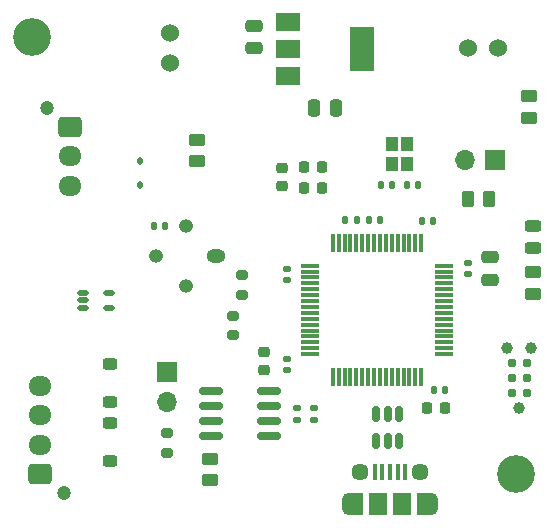
<source format=gts>
G04 #@! TF.GenerationSoftware,KiCad,Pcbnew,7.0.8*
G04 #@! TF.CreationDate,2023-12-02T17:36:26-07:00*
G04 #@! TF.ProjectId,sdm24wheel,73646d32-3477-4686-9565-6c2e6b696361,v1*
G04 #@! TF.SameCoordinates,Original*
G04 #@! TF.FileFunction,Soldermask,Top*
G04 #@! TF.FilePolarity,Negative*
%FSLAX46Y46*%
G04 Gerber Fmt 4.6, Leading zero omitted, Abs format (unit mm)*
G04 Created by KiCad (PCBNEW 7.0.8) date 2023-12-02 17:36:26*
%MOMM*%
%LPD*%
G01*
G04 APERTURE LIST*
G04 Aperture macros list*
%AMRoundRect*
0 Rectangle with rounded corners*
0 $1 Rounding radius*
0 $2 $3 $4 $5 $6 $7 $8 $9 X,Y pos of 4 corners*
0 Add a 4 corners polygon primitive as box body*
4,1,4,$2,$3,$4,$5,$6,$7,$8,$9,$2,$3,0*
0 Add four circle primitives for the rounded corners*
1,1,$1+$1,$2,$3*
1,1,$1+$1,$4,$5*
1,1,$1+$1,$6,$7*
1,1,$1+$1,$8,$9*
0 Add four rect primitives between the rounded corners*
20,1,$1+$1,$2,$3,$4,$5,0*
20,1,$1+$1,$4,$5,$6,$7,0*
20,1,$1+$1,$6,$7,$8,$9,0*
20,1,$1+$1,$8,$9,$2,$3,0*%
G04 Aperture macros list end*
%ADD10RoundRect,0.140000X-0.140000X-0.170000X0.140000X-0.170000X0.140000X0.170000X-0.140000X0.170000X0*%
%ADD11C,0.990600*%
%ADD12C,0.787400*%
%ADD13RoundRect,0.150000X0.150000X-0.512500X0.150000X0.512500X-0.150000X0.512500X-0.150000X-0.512500X0*%
%ADD14RoundRect,0.140000X-0.170000X0.140000X-0.170000X-0.140000X0.170000X-0.140000X0.170000X0.140000X0*%
%ADD15RoundRect,0.112500X0.112500X-0.187500X0.112500X0.187500X-0.112500X0.187500X-0.112500X-0.187500X0*%
%ADD16RoundRect,0.225000X-0.250000X0.225000X-0.250000X-0.225000X0.250000X-0.225000X0.250000X0.225000X0*%
%ADD17RoundRect,0.075000X-0.075000X0.700000X-0.075000X-0.700000X0.075000X-0.700000X0.075000X0.700000X0*%
%ADD18RoundRect,0.075000X-0.700000X0.075000X-0.700000X-0.075000X0.700000X-0.075000X0.700000X0.075000X0*%
%ADD19RoundRect,0.225000X-0.225000X-0.250000X0.225000X-0.250000X0.225000X0.250000X-0.225000X0.250000X0*%
%ADD20C,1.524000*%
%ADD21R,2.000000X1.500000*%
%ADD22R,2.000000X3.800000*%
%ADD23RoundRect,0.250000X-0.250000X-0.475000X0.250000X-0.475000X0.250000X0.475000X-0.250000X0.475000X0*%
%ADD24RoundRect,0.140000X0.140000X0.170000X-0.140000X0.170000X-0.140000X-0.170000X0.140000X-0.170000X0*%
%ADD25C,1.200000*%
%ADD26RoundRect,0.250000X-0.725000X0.600000X-0.725000X-0.600000X0.725000X-0.600000X0.725000X0.600000X0*%
%ADD27O,1.950000X1.700000*%
%ADD28RoundRect,0.200000X-0.275000X0.200000X-0.275000X-0.200000X0.275000X-0.200000X0.275000X0.200000X0*%
%ADD29RoundRect,0.250000X0.725000X-0.600000X0.725000X0.600000X-0.725000X0.600000X-0.725000X-0.600000X0*%
%ADD30RoundRect,0.250000X-0.475000X0.250000X-0.475000X-0.250000X0.475000X-0.250000X0.475000X0.250000X0*%
%ADD31RoundRect,0.218750X0.256250X-0.218750X0.256250X0.218750X-0.256250X0.218750X-0.256250X-0.218750X0*%
%ADD32RoundRect,0.250000X-0.450000X0.262500X-0.450000X-0.262500X0.450000X-0.262500X0.450000X0.262500X0*%
%ADD33RoundRect,0.243750X0.456250X-0.243750X0.456250X0.243750X-0.456250X0.243750X-0.456250X-0.243750X0*%
%ADD34C,3.200000*%
%ADD35RoundRect,0.245000X-0.380000X0.245000X-0.380000X-0.245000X0.380000X-0.245000X0.380000X0.245000X0*%
%ADD36R,0.400000X1.350000*%
%ADD37O,1.200000X1.900000*%
%ADD38R,1.200000X1.900000*%
%ADD39C,1.450000*%
%ADD40R,1.500000X1.900000*%
%ADD41RoundRect,0.200000X0.275000X-0.200000X0.275000X0.200000X-0.275000X0.200000X-0.275000X-0.200000X0*%
%ADD42RoundRect,0.245000X0.380000X-0.245000X0.380000X0.245000X-0.380000X0.245000X-0.380000X-0.245000X0*%
%ADD43RoundRect,0.112500X-0.362500X-0.112500X0.362500X-0.112500X0.362500X0.112500X-0.362500X0.112500X0*%
%ADD44R,1.700000X1.700000*%
%ADD45O,1.700000X1.700000*%
%ADD46RoundRect,0.250000X-0.262500X-0.450000X0.262500X-0.450000X0.262500X0.450000X-0.262500X0.450000X0*%
%ADD47RoundRect,0.150000X0.825000X0.150000X-0.825000X0.150000X-0.825000X-0.150000X0.825000X-0.150000X0*%
%ADD48RoundRect,0.250000X0.450000X-0.262500X0.450000X0.262500X-0.450000X0.262500X-0.450000X-0.262500X0*%
%ADD49R,1.000000X1.200000*%
%ADD50RoundRect,0.140000X0.170000X-0.140000X0.170000X0.140000X-0.170000X0.140000X-0.170000X-0.140000X0*%
%ADD51O,1.600000X1.200000*%
%ADD52O,1.200000X1.200000*%
G04 APERTURE END LIST*
D10*
X188020000Y-90600000D03*
X188980000Y-90600000D03*
D11*
X196235000Y-106410000D03*
X195219000Y-101330000D03*
X197251000Y-101330000D03*
D12*
X196870000Y-105140000D03*
X195600000Y-105140000D03*
X196870000Y-103870000D03*
X195600000Y-103870000D03*
X196870000Y-102600000D03*
X195600000Y-102600000D03*
D13*
X184150000Y-109200000D03*
X185100000Y-109200000D03*
X186050000Y-109200000D03*
X186050000Y-106925000D03*
X185100000Y-106925000D03*
X184150000Y-106925000D03*
D14*
X176600000Y-102220000D03*
X176600000Y-103180000D03*
D15*
X164125000Y-87550000D03*
X164125000Y-85450000D03*
D14*
X178900000Y-106420000D03*
X178900000Y-107380000D03*
D16*
X174600000Y-101625000D03*
X174600000Y-103175000D03*
D17*
X187950000Y-92425000D03*
X187450000Y-92425000D03*
X186950000Y-92425000D03*
X186450000Y-92425000D03*
X185950000Y-92425000D03*
X185450000Y-92425000D03*
X184950000Y-92425000D03*
X184450000Y-92425000D03*
X183950000Y-92425000D03*
X183450000Y-92425000D03*
X182950000Y-92425000D03*
X182450000Y-92425000D03*
X181950000Y-92425000D03*
X181450000Y-92425000D03*
X180950000Y-92425000D03*
X180450000Y-92425000D03*
D18*
X178525000Y-94350000D03*
X178525000Y-94850000D03*
X178525000Y-95350000D03*
X178525000Y-95850000D03*
X178525000Y-96350000D03*
X178525000Y-96850000D03*
X178525000Y-97350000D03*
X178525000Y-97850000D03*
X178525000Y-98350000D03*
X178525000Y-98850000D03*
X178525000Y-99350000D03*
X178525000Y-99850000D03*
X178525000Y-100350000D03*
X178525000Y-100850000D03*
X178525000Y-101350000D03*
X178525000Y-101850000D03*
D17*
X180450000Y-103775000D03*
X180950000Y-103775000D03*
X181450000Y-103775000D03*
X181950000Y-103775000D03*
X182450000Y-103775000D03*
X182950000Y-103775000D03*
X183450000Y-103775000D03*
X183950000Y-103775000D03*
X184450000Y-103775000D03*
X184950000Y-103775000D03*
X185450000Y-103775000D03*
X185950000Y-103775000D03*
X186450000Y-103775000D03*
X186950000Y-103775000D03*
X187450000Y-103775000D03*
X187950000Y-103775000D03*
D18*
X189875000Y-101850000D03*
X189875000Y-101350000D03*
X189875000Y-100850000D03*
X189875000Y-100350000D03*
X189875000Y-99850000D03*
X189875000Y-99350000D03*
X189875000Y-98850000D03*
X189875000Y-98350000D03*
X189875000Y-97850000D03*
X189875000Y-97350000D03*
X189875000Y-96850000D03*
X189875000Y-96350000D03*
X189875000Y-95850000D03*
X189875000Y-95350000D03*
X189875000Y-94850000D03*
X189875000Y-94350000D03*
D19*
X188425000Y-106400000D03*
X189975000Y-106400000D03*
D20*
X194440000Y-75900000D03*
X191900000Y-75900000D03*
D21*
X176650000Y-73700000D03*
X176650000Y-76000000D03*
D22*
X182950000Y-76000000D03*
D21*
X176650000Y-78300000D03*
D23*
X178850000Y-81000000D03*
X180750000Y-81000000D03*
D14*
X191900000Y-94100000D03*
X191900000Y-95060000D03*
D24*
X184480000Y-90500000D03*
X183520000Y-90500000D03*
D25*
X156225000Y-81000000D03*
D26*
X158225000Y-82600000D03*
D27*
X158225000Y-85100000D03*
X158225000Y-87600000D03*
D19*
X178025000Y-87800000D03*
X179575000Y-87800000D03*
D14*
X177400000Y-106420000D03*
X177400000Y-107380000D03*
D28*
X172800000Y-95175000D03*
X172800000Y-96825000D03*
D25*
X157700000Y-113600000D03*
D29*
X155700000Y-112000000D03*
D27*
X155700000Y-109500000D03*
X155700000Y-107000000D03*
X155700000Y-104500000D03*
D30*
X173800000Y-74050000D03*
X173800000Y-75950000D03*
D31*
X176166000Y-87637500D03*
X176166000Y-86062500D03*
D32*
X197400000Y-94887500D03*
X197400000Y-96712500D03*
D20*
X166700000Y-77170000D03*
X166700000Y-74630000D03*
D33*
X197400000Y-92837500D03*
X197400000Y-90962500D03*
D34*
X196000000Y-112000000D03*
D35*
X161625000Y-102640000D03*
X161625000Y-105860000D03*
D36*
X184000000Y-111850000D03*
X184650000Y-111850000D03*
X185300000Y-111850000D03*
X185950000Y-111850000D03*
X186600000Y-111850000D03*
D37*
X181800000Y-114550000D03*
D38*
X182400000Y-114550000D03*
D39*
X182800000Y-111850000D03*
D40*
X184300000Y-114550000D03*
X186300000Y-114550000D03*
D39*
X187800000Y-111850000D03*
D38*
X188200000Y-114550000D03*
D37*
X188800000Y-114550000D03*
D41*
X172000000Y-100225000D03*
X172000000Y-98575000D03*
D30*
X193800000Y-93650000D03*
X193800000Y-95550000D03*
D42*
X161625000Y-110860000D03*
X161625000Y-107640000D03*
D32*
X197100000Y-79987500D03*
X197100000Y-81812500D03*
D43*
X159300000Y-96650000D03*
X159300000Y-97300000D03*
X159300000Y-97950000D03*
X161500000Y-97950000D03*
X161500000Y-96650000D03*
D44*
X194175000Y-85400000D03*
D45*
X191635000Y-85400000D03*
D32*
X170100000Y-110687500D03*
X170100000Y-112512500D03*
D10*
X189020000Y-104900000D03*
X189980000Y-104900000D03*
X186720000Y-87500000D03*
X187680000Y-87500000D03*
X181520000Y-90500000D03*
X182480000Y-90500000D03*
D46*
X191887500Y-88700000D03*
X193712500Y-88700000D03*
D34*
X155000000Y-75000000D03*
D41*
X166400000Y-110185000D03*
X166400000Y-108535000D03*
D47*
X175075000Y-108805000D03*
X175075000Y-107535000D03*
X175075000Y-106265000D03*
X175075000Y-104995000D03*
X170125000Y-104995000D03*
X170125000Y-106265000D03*
X170125000Y-107535000D03*
X170125000Y-108805000D03*
D48*
X168920000Y-85512500D03*
X168920000Y-83687500D03*
D49*
X186750000Y-85750000D03*
X186750000Y-84050000D03*
X185450000Y-84050000D03*
X185450000Y-85750000D03*
D10*
X184520000Y-87500000D03*
X185480000Y-87500000D03*
D50*
X176600000Y-95580000D03*
X176600000Y-94620000D03*
D19*
X178025000Y-86000000D03*
X179575000Y-86000000D03*
D44*
X166400000Y-103360000D03*
D45*
X166400000Y-105900000D03*
D10*
X165320000Y-91000000D03*
X166280000Y-91000000D03*
D51*
X170540000Y-93500000D03*
D52*
X168000000Y-96040000D03*
X165460000Y-93500000D03*
X168000000Y-90960000D03*
M02*

</source>
